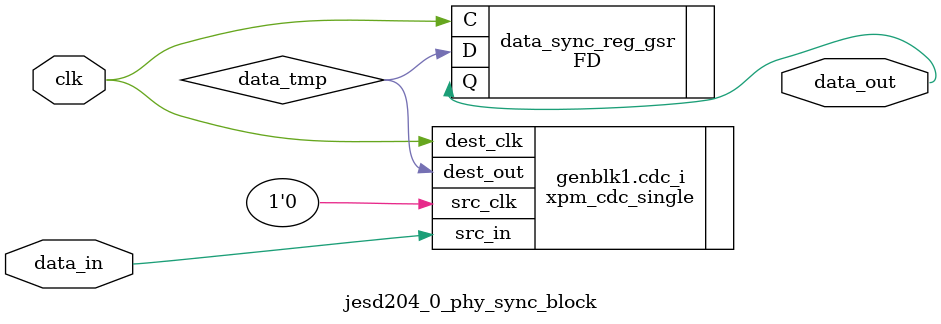
<source format=v>




`timescale 1ps / 1ps
`define USE_XPM_CDC

//(* dont_touch = "yes" *)
module jesd204_0_phy_sync_block #(
  parameter INITIALISE = 1'b0,
  parameter TYPE = 1'b0   //Set to 1 only for reset synchronizer 
)
(
  input        clk,              // clock to be sync'ed to
  input        data_in,          // Data to be 'synced'
  output       data_out          // synced data
);

`ifdef USE_XPM_CDC
  wire data_tmp;
  generate
  if (TYPE == 0)
  begin  
    // Use the new Xilinx CDC libraries. 
    xpm_cdc_single #(
      .DEST_SYNC_FF  (4), // Number of registers in the destination clock domain to account for MTBF
      .SRC_INPUT_REG (0)  // Determines whether there is an input register in src_clk domain.  
                        // SRC_INPUT_REG = 0, input register is not present
    ) cdc_i  (
      .src_clk  (1'd0     ),	
      .dest_clk (clk      ),	
      .src_in   (data_in  ),
      .dest_out (data_tmp )
    );

  end
  else begin
    xpm_cdc_async_rst #(
      //Common module parameters
      .DEST_SYNC_FF    (5), // integer; range: 2-10
      .RST_ACTIVE_HIGH (1)  // integer; 0=active low reset, 1=active high reset
    ) xpm_cdc_async_rst_inst (
      .src_arst  (data_in),
      .dest_clk  (clk),
      .dest_arst (data_tmp)
    );  
  end
  endgenerate
  
  (* ASYNC_REG = "TRUE", SHREG_EXTRACT = "NO" *)
  FD #(
    .INIT (INITIALISE[0])
  ) data_sync_reg_gsr (
    .C  (clk     ),
    .D  (data_tmp),
    .Q  (data_out)
  );

`else
  // Internal Signals
  wire   data_sync0;
  wire   data_sync1;
  wire   data_sync2;
  wire   data_sync3;
  wire   data_sync4;


  (* ASYNC_REG = "TRUE", SHREG_EXTRACT = "NO" *)
  FD #(
    .INIT (INITIALISE[0])
  ) data_sync_reg0 (
    .C  (clk),
    .D  (data_in),
    .Q  (data_sync0)
  );

  (* ASYNC_REG = "TRUE", SHREG_EXTRACT = "NO" *)
  FD #(
   .INIT (INITIALISE[0])
  ) data_sync_reg1 (
  .C  (clk),
  .D  (data_sync0),
  .Q  (data_sync1)
  );

  (* ASYNC_REG = "TRUE", SHREG_EXTRACT = "NO" *)
  FD #(
   .INIT (INITIALISE[0])
  ) data_sync_reg2 (
  .C  (clk),
  .D  (data_sync1),
  .Q  (data_sync2)
  );

  (* ASYNC_REG = "TRUE", SHREG_EXTRACT = "NO" *)
  FD #(
   .INIT (INITIALISE[0])
  ) data_sync_reg3 (
  .C  (clk),
  .D  (data_sync2),
  .Q  (data_sync3)
  );

  (* ASYNC_REG = "TRUE", SHREG_EXTRACT = "NO" *)
  FD #(
   .INIT (INITIALISE[0])
  ) data_sync_reg4 (
  .C  (clk),
  .D  (data_sync3),
  .Q  (data_sync4)
  );

  assign data_out = data_sync4;
`endif

endmodule

</source>
